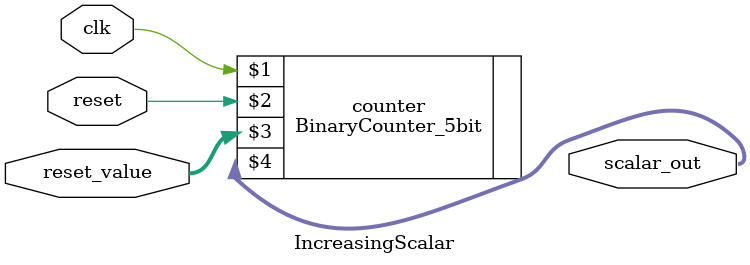
<source format=v>
module IncreasingScalar(
	input clk,
	input reset, 
	input [4:0] reset_value,
	output [4:0]scalar_out
);

BinaryCounter_5bit counter(
	clk,
	reset,
	reset_value,
	scalar_out
);



endmodule
</source>
